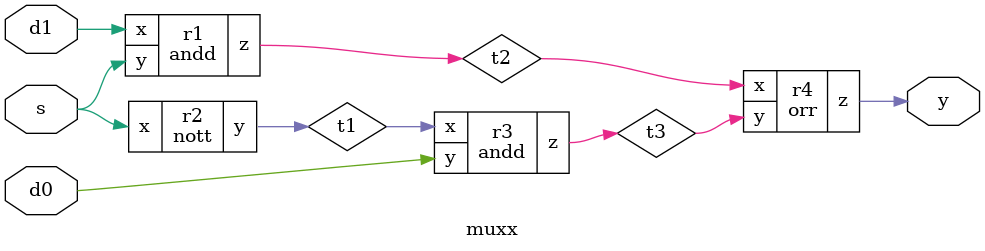
<source format=v>
module toffoli1(a,b,c,a1,b1,c1);
input a,b,c;
output a1,b1,c1;
wire t1;
buf (a1,a);
buf (b1,b);
and (t1,a,b);
xor (c1,t1,c);
endmodule


module nott(x,y);
input x;
output y;
toffoli1 Q1(a,b,x,a1,b1,y);
assign a=1;
assign b=1;
endmodule

module andd(x,y,z);
input x,y;
output z;
toffoli1 Q2(x,y,c,a1,b1,z);
assign c=0;
endmodule

module orr(x,y,z);
input x,y;
output z;
wire t1,t2;
toffoli1 p1(x,x,c,a1,b1,t1);
assign c=1;
toffoli1 p2(y,y,c,a1,b1,t2);
assign c=1;
toffoli1 p3(t1,t2,c,a1,b1,z);
assign c=1;
endmodule

module muxx(s,d0,d1,y);
input s,d0,d1;
output y;
wire t1,t2,t3;
andd r1(d1,s,t2);
nott r2(s,t1);
andd r3(t1,d0,t3);
orr  r4(t2,t3,y);
endmodule

</source>
